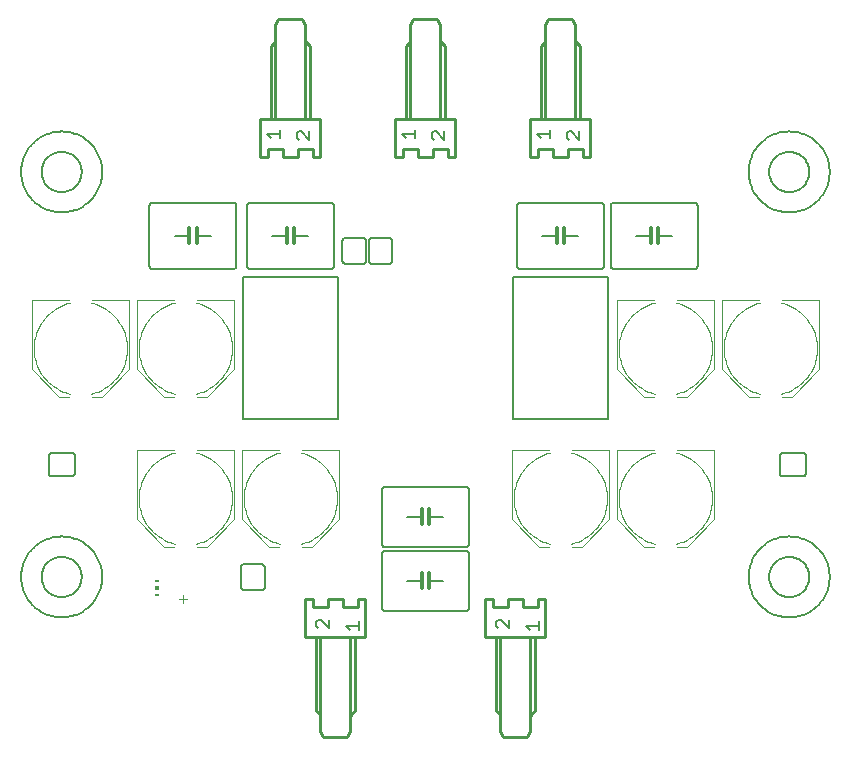
<source format=gto>
G75*
G70*
%OFA0B0*%
%FSLAX24Y24*%
%IPPOS*%
%LPD*%
%AMOC8*
5,1,8,0,0,1.08239X$1,22.5*
%
%ADD10C,0.0120*%
%ADD11C,0.0060*%
%ADD12C,0.0050*%
%ADD13C,0.0080*%
%ADD14C,0.0040*%
%ADD15C,0.0100*%
%ADD16C,0.0070*%
%ADD17C,0.0030*%
%ADD18R,0.0118X0.0059*%
%ADD19R,0.0118X0.0118*%
D10*
X014770Y005125D02*
X014770Y005375D01*
X014770Y005625D01*
X015020Y005625D02*
X015020Y005375D01*
X015020Y005125D01*
X015030Y007250D02*
X015030Y007500D01*
X015030Y007750D01*
X014780Y007750D02*
X014780Y007500D01*
X014780Y007250D01*
X010530Y016625D02*
X010530Y016875D01*
X010530Y017125D01*
X010280Y017125D02*
X010280Y016875D01*
X010280Y016625D01*
X007270Y016625D02*
X007270Y016875D01*
X007270Y017125D01*
X007020Y017125D02*
X007020Y016875D01*
X007020Y016625D01*
X019270Y016625D02*
X019270Y016875D01*
X019270Y017125D01*
X019520Y017125D02*
X019520Y016875D01*
X019520Y016625D01*
X022405Y016625D02*
X022405Y016875D01*
X022405Y017125D01*
X022655Y017125D02*
X022655Y016875D01*
X022655Y016625D01*
D11*
X022655Y016875D02*
X023125Y016875D01*
X022405Y016875D02*
X021925Y016875D01*
X021075Y015875D02*
X021077Y015858D01*
X021081Y015841D01*
X021088Y015825D01*
X021098Y015811D01*
X021111Y015798D01*
X021125Y015788D01*
X021141Y015781D01*
X021158Y015777D01*
X021175Y015775D01*
X023875Y015775D01*
X023892Y015777D01*
X023909Y015781D01*
X023925Y015788D01*
X023939Y015798D01*
X023952Y015811D01*
X023962Y015825D01*
X023969Y015841D01*
X023973Y015858D01*
X023975Y015875D01*
X023975Y017875D01*
X023973Y017892D01*
X023969Y017909D01*
X023962Y017925D01*
X023952Y017939D01*
X023939Y017952D01*
X023925Y017962D01*
X023909Y017969D01*
X023892Y017973D01*
X023875Y017975D01*
X021175Y017975D01*
X021158Y017973D01*
X021141Y017969D01*
X021125Y017962D01*
X021111Y017952D01*
X021098Y017939D01*
X021088Y017925D01*
X021081Y017909D01*
X021077Y017892D01*
X021075Y017875D01*
X021075Y015875D01*
X020850Y015875D02*
X020850Y017875D01*
X020848Y017892D01*
X020844Y017909D01*
X020837Y017925D01*
X020827Y017939D01*
X020814Y017952D01*
X020800Y017962D01*
X020784Y017969D01*
X020767Y017973D01*
X020750Y017975D01*
X018050Y017975D01*
X018033Y017973D01*
X018016Y017969D01*
X018000Y017962D01*
X017986Y017952D01*
X017973Y017939D01*
X017963Y017925D01*
X017956Y017909D01*
X017952Y017892D01*
X017950Y017875D01*
X017950Y015875D01*
X017952Y015858D01*
X017956Y015841D01*
X017963Y015825D01*
X017973Y015811D01*
X017986Y015798D01*
X018000Y015788D01*
X018016Y015781D01*
X018033Y015777D01*
X018050Y015775D01*
X020750Y015775D01*
X020767Y015777D01*
X020784Y015781D01*
X020800Y015788D01*
X020814Y015798D01*
X020827Y015811D01*
X020837Y015825D01*
X020844Y015841D01*
X020848Y015858D01*
X020850Y015875D01*
X020000Y016875D02*
X019520Y016875D01*
X019270Y016875D02*
X018800Y016875D01*
X013794Y016690D02*
X013794Y016060D01*
X013794Y016041D01*
X013790Y016022D01*
X013784Y016004D01*
X013774Y015988D01*
X013762Y015973D01*
X013748Y015961D01*
X013731Y015951D01*
X013714Y015945D01*
X013695Y015941D01*
X013695Y015942D02*
X013105Y015942D01*
X013105Y015941D02*
X013086Y015945D01*
X013069Y015951D01*
X013052Y015961D01*
X013038Y015973D01*
X013026Y015988D01*
X013016Y016004D01*
X013010Y016022D01*
X013006Y016041D01*
X013006Y016060D01*
X013006Y016690D01*
X012919Y016690D02*
X012919Y016060D01*
X012919Y016041D01*
X012915Y016022D01*
X012909Y016004D01*
X012899Y015988D01*
X012887Y015973D01*
X012873Y015961D01*
X012856Y015951D01*
X012839Y015945D01*
X012820Y015941D01*
X012820Y015942D02*
X012230Y015942D01*
X012230Y015941D02*
X012211Y015945D01*
X012194Y015951D01*
X012177Y015961D01*
X012163Y015973D01*
X012151Y015988D01*
X012141Y016004D01*
X012135Y016022D01*
X012131Y016041D01*
X012131Y016060D01*
X012131Y016690D01*
X012130Y016690D02*
X012130Y016709D01*
X012134Y016728D01*
X012140Y016746D01*
X012149Y016762D01*
X012162Y016777D01*
X012176Y016789D01*
X012193Y016799D01*
X012211Y016805D01*
X012229Y016809D01*
X012230Y016808D02*
X012820Y016808D01*
X012820Y016809D02*
X012839Y016805D01*
X012856Y016799D01*
X012873Y016789D01*
X012887Y016777D01*
X012899Y016762D01*
X012909Y016746D01*
X012915Y016728D01*
X012919Y016709D01*
X012919Y016690D01*
X013005Y016690D02*
X013005Y016709D01*
X013009Y016728D01*
X013015Y016746D01*
X013024Y016762D01*
X013037Y016777D01*
X013051Y016789D01*
X013068Y016799D01*
X013086Y016805D01*
X013104Y016809D01*
X013105Y016808D02*
X013695Y016808D01*
X013695Y016809D02*
X013714Y016805D01*
X013731Y016799D01*
X013748Y016789D01*
X013762Y016777D01*
X013774Y016762D01*
X013784Y016746D01*
X013790Y016728D01*
X013794Y016709D01*
X013794Y016690D01*
X011850Y015875D02*
X011850Y017875D01*
X011848Y017892D01*
X011844Y017909D01*
X011837Y017925D01*
X011827Y017939D01*
X011814Y017952D01*
X011800Y017962D01*
X011784Y017969D01*
X011767Y017973D01*
X011750Y017975D01*
X009050Y017975D01*
X009033Y017973D01*
X009016Y017969D01*
X009000Y017962D01*
X008986Y017952D01*
X008973Y017939D01*
X008963Y017925D01*
X008956Y017909D01*
X008952Y017892D01*
X008950Y017875D01*
X008950Y015875D01*
X008952Y015858D01*
X008956Y015841D01*
X008963Y015825D01*
X008973Y015811D01*
X008986Y015798D01*
X009000Y015788D01*
X009016Y015781D01*
X009033Y015777D01*
X009050Y015775D01*
X011750Y015775D01*
X011767Y015777D01*
X011784Y015781D01*
X011800Y015788D01*
X011814Y015798D01*
X011827Y015811D01*
X011837Y015825D01*
X011844Y015841D01*
X011848Y015858D01*
X011850Y015875D01*
X011000Y016875D02*
X010530Y016875D01*
X010280Y016875D02*
X009800Y016875D01*
X008600Y015875D02*
X008600Y017875D01*
X008598Y017892D01*
X008594Y017909D01*
X008587Y017925D01*
X008577Y017939D01*
X008564Y017952D01*
X008550Y017962D01*
X008534Y017969D01*
X008517Y017973D01*
X008500Y017975D01*
X005800Y017975D01*
X005783Y017973D01*
X005766Y017969D01*
X005750Y017962D01*
X005736Y017952D01*
X005723Y017939D01*
X005713Y017925D01*
X005706Y017909D01*
X005702Y017892D01*
X005700Y017875D01*
X005700Y015875D01*
X005702Y015858D01*
X005706Y015841D01*
X005713Y015825D01*
X005723Y015811D01*
X005736Y015798D01*
X005750Y015788D01*
X005766Y015781D01*
X005783Y015777D01*
X005800Y015775D01*
X008500Y015775D01*
X008517Y015777D01*
X008534Y015781D01*
X008550Y015788D01*
X008564Y015798D01*
X008577Y015811D01*
X008587Y015825D01*
X008594Y015841D01*
X008598Y015858D01*
X008600Y015875D01*
X007750Y016875D02*
X007270Y016875D01*
X007020Y016875D02*
X006550Y016875D01*
X001425Y019000D02*
X001427Y019073D01*
X001433Y019146D01*
X001443Y019218D01*
X001457Y019290D01*
X001474Y019361D01*
X001496Y019431D01*
X001521Y019500D01*
X001550Y019567D01*
X001582Y019632D01*
X001618Y019696D01*
X001658Y019758D01*
X001700Y019817D01*
X001746Y019874D01*
X001795Y019928D01*
X001847Y019980D01*
X001901Y020029D01*
X001958Y020075D01*
X002017Y020117D01*
X002079Y020157D01*
X002143Y020193D01*
X002208Y020225D01*
X002275Y020254D01*
X002344Y020279D01*
X002414Y020301D01*
X002485Y020318D01*
X002557Y020332D01*
X002629Y020342D01*
X002702Y020348D01*
X002775Y020350D01*
X002848Y020348D01*
X002921Y020342D01*
X002993Y020332D01*
X003065Y020318D01*
X003136Y020301D01*
X003206Y020279D01*
X003275Y020254D01*
X003342Y020225D01*
X003407Y020193D01*
X003471Y020157D01*
X003533Y020117D01*
X003592Y020075D01*
X003649Y020029D01*
X003703Y019980D01*
X003755Y019928D01*
X003804Y019874D01*
X003850Y019817D01*
X003892Y019758D01*
X003932Y019696D01*
X003968Y019632D01*
X004000Y019567D01*
X004029Y019500D01*
X004054Y019431D01*
X004076Y019361D01*
X004093Y019290D01*
X004107Y019218D01*
X004117Y019146D01*
X004123Y019073D01*
X004125Y019000D01*
X004123Y018927D01*
X004117Y018854D01*
X004107Y018782D01*
X004093Y018710D01*
X004076Y018639D01*
X004054Y018569D01*
X004029Y018500D01*
X004000Y018433D01*
X003968Y018368D01*
X003932Y018304D01*
X003892Y018242D01*
X003850Y018183D01*
X003804Y018126D01*
X003755Y018072D01*
X003703Y018020D01*
X003649Y017971D01*
X003592Y017925D01*
X003533Y017883D01*
X003471Y017843D01*
X003407Y017807D01*
X003342Y017775D01*
X003275Y017746D01*
X003206Y017721D01*
X003136Y017699D01*
X003065Y017682D01*
X002993Y017668D01*
X002921Y017658D01*
X002848Y017652D01*
X002775Y017650D01*
X002702Y017652D01*
X002629Y017658D01*
X002557Y017668D01*
X002485Y017682D01*
X002414Y017699D01*
X002344Y017721D01*
X002275Y017746D01*
X002208Y017775D01*
X002143Y017807D01*
X002079Y017843D01*
X002017Y017883D01*
X001958Y017925D01*
X001901Y017971D01*
X001847Y018020D01*
X001795Y018072D01*
X001746Y018126D01*
X001700Y018183D01*
X001658Y018242D01*
X001618Y018304D01*
X001582Y018368D01*
X001550Y018433D01*
X001521Y018500D01*
X001496Y018569D01*
X001474Y018639D01*
X001457Y018710D01*
X001443Y018782D01*
X001433Y018854D01*
X001427Y018927D01*
X001425Y019000D01*
X002460Y009644D02*
X003090Y009644D01*
X003090Y009645D02*
X003109Y009645D01*
X003128Y009641D01*
X003146Y009635D01*
X003162Y009626D01*
X003177Y009613D01*
X003189Y009599D01*
X003199Y009582D01*
X003205Y009564D01*
X003209Y009546D01*
X003208Y009545D02*
X003208Y008955D01*
X003209Y008955D02*
X003205Y008936D01*
X003199Y008919D01*
X003189Y008902D01*
X003177Y008888D01*
X003162Y008876D01*
X003146Y008866D01*
X003128Y008860D01*
X003109Y008856D01*
X003090Y008856D01*
X002460Y008856D01*
X002441Y008856D01*
X002422Y008860D01*
X002404Y008866D01*
X002388Y008876D01*
X002373Y008888D01*
X002361Y008902D01*
X002351Y008919D01*
X002345Y008936D01*
X002341Y008955D01*
X002342Y008955D02*
X002342Y009545D01*
X002341Y009545D02*
X002345Y009564D01*
X002351Y009581D01*
X002361Y009598D01*
X002373Y009612D01*
X002388Y009624D01*
X002404Y009634D01*
X002422Y009640D01*
X002441Y009644D01*
X002460Y009644D01*
X001425Y005500D02*
X001427Y005573D01*
X001433Y005646D01*
X001443Y005718D01*
X001457Y005790D01*
X001474Y005861D01*
X001496Y005931D01*
X001521Y006000D01*
X001550Y006067D01*
X001582Y006132D01*
X001618Y006196D01*
X001658Y006258D01*
X001700Y006317D01*
X001746Y006374D01*
X001795Y006428D01*
X001847Y006480D01*
X001901Y006529D01*
X001958Y006575D01*
X002017Y006617D01*
X002079Y006657D01*
X002143Y006693D01*
X002208Y006725D01*
X002275Y006754D01*
X002344Y006779D01*
X002414Y006801D01*
X002485Y006818D01*
X002557Y006832D01*
X002629Y006842D01*
X002702Y006848D01*
X002775Y006850D01*
X002848Y006848D01*
X002921Y006842D01*
X002993Y006832D01*
X003065Y006818D01*
X003136Y006801D01*
X003206Y006779D01*
X003275Y006754D01*
X003342Y006725D01*
X003407Y006693D01*
X003471Y006657D01*
X003533Y006617D01*
X003592Y006575D01*
X003649Y006529D01*
X003703Y006480D01*
X003755Y006428D01*
X003804Y006374D01*
X003850Y006317D01*
X003892Y006258D01*
X003932Y006196D01*
X003968Y006132D01*
X004000Y006067D01*
X004029Y006000D01*
X004054Y005931D01*
X004076Y005861D01*
X004093Y005790D01*
X004107Y005718D01*
X004117Y005646D01*
X004123Y005573D01*
X004125Y005500D01*
X004123Y005427D01*
X004117Y005354D01*
X004107Y005282D01*
X004093Y005210D01*
X004076Y005139D01*
X004054Y005069D01*
X004029Y005000D01*
X004000Y004933D01*
X003968Y004868D01*
X003932Y004804D01*
X003892Y004742D01*
X003850Y004683D01*
X003804Y004626D01*
X003755Y004572D01*
X003703Y004520D01*
X003649Y004471D01*
X003592Y004425D01*
X003533Y004383D01*
X003471Y004343D01*
X003407Y004307D01*
X003342Y004275D01*
X003275Y004246D01*
X003206Y004221D01*
X003136Y004199D01*
X003065Y004182D01*
X002993Y004168D01*
X002921Y004158D01*
X002848Y004152D01*
X002775Y004150D01*
X002702Y004152D01*
X002629Y004158D01*
X002557Y004168D01*
X002485Y004182D01*
X002414Y004199D01*
X002344Y004221D01*
X002275Y004246D01*
X002208Y004275D01*
X002143Y004307D01*
X002079Y004343D01*
X002017Y004383D01*
X001958Y004425D01*
X001901Y004471D01*
X001847Y004520D01*
X001795Y004572D01*
X001746Y004626D01*
X001700Y004683D01*
X001658Y004742D01*
X001618Y004804D01*
X001582Y004868D01*
X001550Y004933D01*
X001521Y005000D01*
X001496Y005069D01*
X001474Y005139D01*
X001457Y005210D01*
X001443Y005282D01*
X001433Y005354D01*
X001427Y005427D01*
X001425Y005500D01*
X008756Y005185D02*
X008756Y005815D01*
X008756Y005834D01*
X008760Y005853D01*
X008766Y005871D01*
X008776Y005887D01*
X008788Y005902D01*
X008802Y005914D01*
X008819Y005924D01*
X008836Y005930D01*
X008855Y005934D01*
X008855Y005933D02*
X009445Y005933D01*
X009445Y005934D02*
X009464Y005930D01*
X009481Y005924D01*
X009498Y005914D01*
X009512Y005902D01*
X009524Y005887D01*
X009534Y005871D01*
X009540Y005853D01*
X009544Y005834D01*
X009544Y005815D01*
X009544Y005185D01*
X009545Y005185D02*
X009545Y005166D01*
X009541Y005147D01*
X009535Y005129D01*
X009526Y005113D01*
X009513Y005098D01*
X009499Y005086D01*
X009482Y005076D01*
X009464Y005070D01*
X009446Y005066D01*
X009445Y005067D02*
X008855Y005067D01*
X008855Y005066D02*
X008836Y005070D01*
X008819Y005076D01*
X008802Y005086D01*
X008788Y005098D01*
X008776Y005113D01*
X008766Y005129D01*
X008760Y005147D01*
X008756Y005166D01*
X008756Y005185D01*
X013450Y004475D02*
X013450Y006275D01*
X013452Y006292D01*
X013456Y006309D01*
X013463Y006325D01*
X013473Y006339D01*
X013486Y006352D01*
X013500Y006362D01*
X013516Y006369D01*
X013533Y006373D01*
X013550Y006375D01*
X016250Y006375D01*
X016267Y006373D01*
X016284Y006369D01*
X016300Y006362D01*
X016314Y006352D01*
X016327Y006339D01*
X016337Y006325D01*
X016344Y006309D01*
X016348Y006292D01*
X016350Y006275D01*
X016350Y004475D01*
X016348Y004458D01*
X016344Y004441D01*
X016337Y004425D01*
X016327Y004411D01*
X016314Y004398D01*
X016300Y004388D01*
X016284Y004381D01*
X016267Y004377D01*
X016250Y004375D01*
X013550Y004375D01*
X013533Y004377D01*
X013516Y004381D01*
X013500Y004388D01*
X013486Y004398D01*
X013473Y004411D01*
X013463Y004425D01*
X013456Y004441D01*
X013452Y004458D01*
X013450Y004475D01*
X014300Y005375D02*
X014770Y005375D01*
X015020Y005375D02*
X015500Y005375D01*
X016250Y006500D02*
X013550Y006500D01*
X013533Y006502D01*
X013516Y006506D01*
X013500Y006513D01*
X013486Y006523D01*
X013473Y006536D01*
X013463Y006550D01*
X013456Y006566D01*
X013452Y006583D01*
X013450Y006600D01*
X013450Y008400D01*
X013452Y008417D01*
X013456Y008434D01*
X013463Y008450D01*
X013473Y008464D01*
X013486Y008477D01*
X013500Y008487D01*
X013516Y008494D01*
X013533Y008498D01*
X013550Y008500D01*
X016250Y008500D01*
X016267Y008498D01*
X016284Y008494D01*
X016300Y008487D01*
X016314Y008477D01*
X016327Y008464D01*
X016337Y008450D01*
X016344Y008434D01*
X016348Y008417D01*
X016350Y008400D01*
X016350Y006600D01*
X016348Y006583D01*
X016344Y006566D01*
X016337Y006550D01*
X016327Y006536D01*
X016314Y006523D01*
X016300Y006513D01*
X016284Y006506D01*
X016267Y006502D01*
X016250Y006500D01*
X015500Y007500D02*
X015030Y007500D01*
X014780Y007500D02*
X014300Y007500D01*
X026717Y008955D02*
X026717Y009545D01*
X026716Y009545D02*
X026720Y009564D01*
X026726Y009581D01*
X026736Y009598D01*
X026748Y009612D01*
X026763Y009624D01*
X026779Y009634D01*
X026797Y009640D01*
X026816Y009644D01*
X026835Y009644D01*
X027465Y009644D01*
X027484Y009644D01*
X027503Y009640D01*
X027521Y009634D01*
X027537Y009624D01*
X027552Y009612D01*
X027564Y009598D01*
X027574Y009581D01*
X027580Y009564D01*
X027584Y009545D01*
X027583Y009545D02*
X027583Y008955D01*
X027584Y008955D02*
X027580Y008936D01*
X027574Y008919D01*
X027564Y008902D01*
X027552Y008888D01*
X027537Y008876D01*
X027521Y008866D01*
X027503Y008860D01*
X027484Y008856D01*
X027465Y008856D01*
X026835Y008856D01*
X026835Y008855D02*
X026816Y008855D01*
X026797Y008859D01*
X026779Y008865D01*
X026763Y008874D01*
X026748Y008887D01*
X026736Y008901D01*
X026726Y008918D01*
X026720Y008936D01*
X026716Y008954D01*
X025675Y005500D02*
X025677Y005573D01*
X025683Y005646D01*
X025693Y005718D01*
X025707Y005790D01*
X025724Y005861D01*
X025746Y005931D01*
X025771Y006000D01*
X025800Y006067D01*
X025832Y006132D01*
X025868Y006196D01*
X025908Y006258D01*
X025950Y006317D01*
X025996Y006374D01*
X026045Y006428D01*
X026097Y006480D01*
X026151Y006529D01*
X026208Y006575D01*
X026267Y006617D01*
X026329Y006657D01*
X026393Y006693D01*
X026458Y006725D01*
X026525Y006754D01*
X026594Y006779D01*
X026664Y006801D01*
X026735Y006818D01*
X026807Y006832D01*
X026879Y006842D01*
X026952Y006848D01*
X027025Y006850D01*
X027098Y006848D01*
X027171Y006842D01*
X027243Y006832D01*
X027315Y006818D01*
X027386Y006801D01*
X027456Y006779D01*
X027525Y006754D01*
X027592Y006725D01*
X027657Y006693D01*
X027721Y006657D01*
X027783Y006617D01*
X027842Y006575D01*
X027899Y006529D01*
X027953Y006480D01*
X028005Y006428D01*
X028054Y006374D01*
X028100Y006317D01*
X028142Y006258D01*
X028182Y006196D01*
X028218Y006132D01*
X028250Y006067D01*
X028279Y006000D01*
X028304Y005931D01*
X028326Y005861D01*
X028343Y005790D01*
X028357Y005718D01*
X028367Y005646D01*
X028373Y005573D01*
X028375Y005500D01*
X028373Y005427D01*
X028367Y005354D01*
X028357Y005282D01*
X028343Y005210D01*
X028326Y005139D01*
X028304Y005069D01*
X028279Y005000D01*
X028250Y004933D01*
X028218Y004868D01*
X028182Y004804D01*
X028142Y004742D01*
X028100Y004683D01*
X028054Y004626D01*
X028005Y004572D01*
X027953Y004520D01*
X027899Y004471D01*
X027842Y004425D01*
X027783Y004383D01*
X027721Y004343D01*
X027657Y004307D01*
X027592Y004275D01*
X027525Y004246D01*
X027456Y004221D01*
X027386Y004199D01*
X027315Y004182D01*
X027243Y004168D01*
X027171Y004158D01*
X027098Y004152D01*
X027025Y004150D01*
X026952Y004152D01*
X026879Y004158D01*
X026807Y004168D01*
X026735Y004182D01*
X026664Y004199D01*
X026594Y004221D01*
X026525Y004246D01*
X026458Y004275D01*
X026393Y004307D01*
X026329Y004343D01*
X026267Y004383D01*
X026208Y004425D01*
X026151Y004471D01*
X026097Y004520D01*
X026045Y004572D01*
X025996Y004626D01*
X025950Y004683D01*
X025908Y004742D01*
X025868Y004804D01*
X025832Y004868D01*
X025800Y004933D01*
X025771Y005000D01*
X025746Y005069D01*
X025724Y005139D01*
X025707Y005210D01*
X025693Y005282D01*
X025683Y005354D01*
X025677Y005427D01*
X025675Y005500D01*
X025675Y019000D02*
X025677Y019073D01*
X025683Y019146D01*
X025693Y019218D01*
X025707Y019290D01*
X025724Y019361D01*
X025746Y019431D01*
X025771Y019500D01*
X025800Y019567D01*
X025832Y019632D01*
X025868Y019696D01*
X025908Y019758D01*
X025950Y019817D01*
X025996Y019874D01*
X026045Y019928D01*
X026097Y019980D01*
X026151Y020029D01*
X026208Y020075D01*
X026267Y020117D01*
X026329Y020157D01*
X026393Y020193D01*
X026458Y020225D01*
X026525Y020254D01*
X026594Y020279D01*
X026664Y020301D01*
X026735Y020318D01*
X026807Y020332D01*
X026879Y020342D01*
X026952Y020348D01*
X027025Y020350D01*
X027098Y020348D01*
X027171Y020342D01*
X027243Y020332D01*
X027315Y020318D01*
X027386Y020301D01*
X027456Y020279D01*
X027525Y020254D01*
X027592Y020225D01*
X027657Y020193D01*
X027721Y020157D01*
X027783Y020117D01*
X027842Y020075D01*
X027899Y020029D01*
X027953Y019980D01*
X028005Y019928D01*
X028054Y019874D01*
X028100Y019817D01*
X028142Y019758D01*
X028182Y019696D01*
X028218Y019632D01*
X028250Y019567D01*
X028279Y019500D01*
X028304Y019431D01*
X028326Y019361D01*
X028343Y019290D01*
X028357Y019218D01*
X028367Y019146D01*
X028373Y019073D01*
X028375Y019000D01*
X028373Y018927D01*
X028367Y018854D01*
X028357Y018782D01*
X028343Y018710D01*
X028326Y018639D01*
X028304Y018569D01*
X028279Y018500D01*
X028250Y018433D01*
X028218Y018368D01*
X028182Y018304D01*
X028142Y018242D01*
X028100Y018183D01*
X028054Y018126D01*
X028005Y018072D01*
X027953Y018020D01*
X027899Y017971D01*
X027842Y017925D01*
X027783Y017883D01*
X027721Y017843D01*
X027657Y017807D01*
X027592Y017775D01*
X027525Y017746D01*
X027456Y017721D01*
X027386Y017699D01*
X027315Y017682D01*
X027243Y017668D01*
X027171Y017658D01*
X027098Y017652D01*
X027025Y017650D01*
X026952Y017652D01*
X026879Y017658D01*
X026807Y017668D01*
X026735Y017682D01*
X026664Y017699D01*
X026594Y017721D01*
X026525Y017746D01*
X026458Y017775D01*
X026393Y017807D01*
X026329Y017843D01*
X026267Y017883D01*
X026208Y017925D01*
X026151Y017971D01*
X026097Y018020D01*
X026045Y018072D01*
X025996Y018126D01*
X025950Y018183D01*
X025908Y018242D01*
X025868Y018304D01*
X025832Y018368D01*
X025800Y018433D01*
X025771Y018500D01*
X025746Y018569D01*
X025724Y018639D01*
X025707Y018710D01*
X025693Y018782D01*
X025683Y018854D01*
X025677Y018927D01*
X025675Y019000D01*
D12*
X020975Y015487D02*
X017825Y015487D01*
X017825Y010763D01*
X020975Y010763D01*
X020975Y015487D01*
X011975Y015487D02*
X011975Y010763D01*
X008825Y010763D01*
X008825Y015487D01*
X011975Y015487D01*
D13*
X002106Y019000D02*
X002108Y019051D01*
X002114Y019102D01*
X002124Y019152D01*
X002137Y019202D01*
X002155Y019250D01*
X002175Y019297D01*
X002200Y019342D01*
X002228Y019385D01*
X002259Y019426D01*
X002293Y019464D01*
X002330Y019499D01*
X002369Y019532D01*
X002411Y019562D01*
X002455Y019588D01*
X002501Y019610D01*
X002549Y019630D01*
X002598Y019645D01*
X002648Y019657D01*
X002698Y019665D01*
X002749Y019669D01*
X002801Y019669D01*
X002852Y019665D01*
X002902Y019657D01*
X002952Y019645D01*
X003001Y019630D01*
X003049Y019610D01*
X003095Y019588D01*
X003139Y019562D01*
X003181Y019532D01*
X003220Y019499D01*
X003257Y019464D01*
X003291Y019426D01*
X003322Y019385D01*
X003350Y019342D01*
X003375Y019297D01*
X003395Y019250D01*
X003413Y019202D01*
X003426Y019152D01*
X003436Y019102D01*
X003442Y019051D01*
X003444Y019000D01*
X003442Y018949D01*
X003436Y018898D01*
X003426Y018848D01*
X003413Y018798D01*
X003395Y018750D01*
X003375Y018703D01*
X003350Y018658D01*
X003322Y018615D01*
X003291Y018574D01*
X003257Y018536D01*
X003220Y018501D01*
X003181Y018468D01*
X003139Y018438D01*
X003095Y018412D01*
X003049Y018390D01*
X003001Y018370D01*
X002952Y018355D01*
X002902Y018343D01*
X002852Y018335D01*
X002801Y018331D01*
X002749Y018331D01*
X002698Y018335D01*
X002648Y018343D01*
X002598Y018355D01*
X002549Y018370D01*
X002501Y018390D01*
X002455Y018412D01*
X002411Y018438D01*
X002369Y018468D01*
X002330Y018501D01*
X002293Y018536D01*
X002259Y018574D01*
X002228Y018615D01*
X002200Y018658D01*
X002175Y018703D01*
X002155Y018750D01*
X002137Y018798D01*
X002124Y018848D01*
X002114Y018898D01*
X002108Y018949D01*
X002106Y019000D01*
X002106Y005500D02*
X002108Y005551D01*
X002114Y005602D01*
X002124Y005652D01*
X002137Y005702D01*
X002155Y005750D01*
X002175Y005797D01*
X002200Y005842D01*
X002228Y005885D01*
X002259Y005926D01*
X002293Y005964D01*
X002330Y005999D01*
X002369Y006032D01*
X002411Y006062D01*
X002455Y006088D01*
X002501Y006110D01*
X002549Y006130D01*
X002598Y006145D01*
X002648Y006157D01*
X002698Y006165D01*
X002749Y006169D01*
X002801Y006169D01*
X002852Y006165D01*
X002902Y006157D01*
X002952Y006145D01*
X003001Y006130D01*
X003049Y006110D01*
X003095Y006088D01*
X003139Y006062D01*
X003181Y006032D01*
X003220Y005999D01*
X003257Y005964D01*
X003291Y005926D01*
X003322Y005885D01*
X003350Y005842D01*
X003375Y005797D01*
X003395Y005750D01*
X003413Y005702D01*
X003426Y005652D01*
X003436Y005602D01*
X003442Y005551D01*
X003444Y005500D01*
X003442Y005449D01*
X003436Y005398D01*
X003426Y005348D01*
X003413Y005298D01*
X003395Y005250D01*
X003375Y005203D01*
X003350Y005158D01*
X003322Y005115D01*
X003291Y005074D01*
X003257Y005036D01*
X003220Y005001D01*
X003181Y004968D01*
X003139Y004938D01*
X003095Y004912D01*
X003049Y004890D01*
X003001Y004870D01*
X002952Y004855D01*
X002902Y004843D01*
X002852Y004835D01*
X002801Y004831D01*
X002749Y004831D01*
X002698Y004835D01*
X002648Y004843D01*
X002598Y004855D01*
X002549Y004870D01*
X002501Y004890D01*
X002455Y004912D01*
X002411Y004938D01*
X002369Y004968D01*
X002330Y005001D01*
X002293Y005036D01*
X002259Y005074D01*
X002228Y005115D01*
X002200Y005158D01*
X002175Y005203D01*
X002155Y005250D01*
X002137Y005298D01*
X002124Y005348D01*
X002114Y005398D01*
X002108Y005449D01*
X002106Y005500D01*
X026356Y005500D02*
X026358Y005551D01*
X026364Y005602D01*
X026374Y005652D01*
X026387Y005702D01*
X026405Y005750D01*
X026425Y005797D01*
X026450Y005842D01*
X026478Y005885D01*
X026509Y005926D01*
X026543Y005964D01*
X026580Y005999D01*
X026619Y006032D01*
X026661Y006062D01*
X026705Y006088D01*
X026751Y006110D01*
X026799Y006130D01*
X026848Y006145D01*
X026898Y006157D01*
X026948Y006165D01*
X026999Y006169D01*
X027051Y006169D01*
X027102Y006165D01*
X027152Y006157D01*
X027202Y006145D01*
X027251Y006130D01*
X027299Y006110D01*
X027345Y006088D01*
X027389Y006062D01*
X027431Y006032D01*
X027470Y005999D01*
X027507Y005964D01*
X027541Y005926D01*
X027572Y005885D01*
X027600Y005842D01*
X027625Y005797D01*
X027645Y005750D01*
X027663Y005702D01*
X027676Y005652D01*
X027686Y005602D01*
X027692Y005551D01*
X027694Y005500D01*
X027692Y005449D01*
X027686Y005398D01*
X027676Y005348D01*
X027663Y005298D01*
X027645Y005250D01*
X027625Y005203D01*
X027600Y005158D01*
X027572Y005115D01*
X027541Y005074D01*
X027507Y005036D01*
X027470Y005001D01*
X027431Y004968D01*
X027389Y004938D01*
X027345Y004912D01*
X027299Y004890D01*
X027251Y004870D01*
X027202Y004855D01*
X027152Y004843D01*
X027102Y004835D01*
X027051Y004831D01*
X026999Y004831D01*
X026948Y004835D01*
X026898Y004843D01*
X026848Y004855D01*
X026799Y004870D01*
X026751Y004890D01*
X026705Y004912D01*
X026661Y004938D01*
X026619Y004968D01*
X026580Y005001D01*
X026543Y005036D01*
X026509Y005074D01*
X026478Y005115D01*
X026450Y005158D01*
X026425Y005203D01*
X026405Y005250D01*
X026387Y005298D01*
X026374Y005348D01*
X026364Y005398D01*
X026358Y005449D01*
X026356Y005500D01*
X026356Y019000D02*
X026358Y019051D01*
X026364Y019102D01*
X026374Y019152D01*
X026387Y019202D01*
X026405Y019250D01*
X026425Y019297D01*
X026450Y019342D01*
X026478Y019385D01*
X026509Y019426D01*
X026543Y019464D01*
X026580Y019499D01*
X026619Y019532D01*
X026661Y019562D01*
X026705Y019588D01*
X026751Y019610D01*
X026799Y019630D01*
X026848Y019645D01*
X026898Y019657D01*
X026948Y019665D01*
X026999Y019669D01*
X027051Y019669D01*
X027102Y019665D01*
X027152Y019657D01*
X027202Y019645D01*
X027251Y019630D01*
X027299Y019610D01*
X027345Y019588D01*
X027389Y019562D01*
X027431Y019532D01*
X027470Y019499D01*
X027507Y019464D01*
X027541Y019426D01*
X027572Y019385D01*
X027600Y019342D01*
X027625Y019297D01*
X027645Y019250D01*
X027663Y019202D01*
X027676Y019152D01*
X027686Y019102D01*
X027692Y019051D01*
X027694Y019000D01*
X027692Y018949D01*
X027686Y018898D01*
X027676Y018848D01*
X027663Y018798D01*
X027645Y018750D01*
X027625Y018703D01*
X027600Y018658D01*
X027572Y018615D01*
X027541Y018574D01*
X027507Y018536D01*
X027470Y018501D01*
X027431Y018468D01*
X027389Y018438D01*
X027345Y018412D01*
X027299Y018390D01*
X027251Y018370D01*
X027202Y018355D01*
X027152Y018343D01*
X027102Y018335D01*
X027051Y018331D01*
X026999Y018331D01*
X026948Y018335D01*
X026898Y018343D01*
X026848Y018355D01*
X026799Y018370D01*
X026751Y018390D01*
X026705Y018412D01*
X026661Y018438D01*
X026619Y018468D01*
X026580Y018501D01*
X026543Y018536D01*
X026509Y018574D01*
X026478Y018615D01*
X026450Y018658D01*
X026425Y018703D01*
X026405Y018750D01*
X026387Y018798D01*
X026374Y018848D01*
X026364Y018898D01*
X026358Y018949D01*
X026356Y019000D01*
D14*
X026006Y014739D02*
X024786Y014739D01*
X024786Y012416D01*
X025691Y011511D01*
X026006Y011511D01*
X026794Y011511D02*
X027109Y011511D01*
X028014Y012416D01*
X028014Y014739D01*
X026794Y014739D01*
X026046Y014641D02*
X025969Y014621D01*
X025894Y014598D01*
X025820Y014570D01*
X025748Y014539D01*
X025677Y014504D01*
X025608Y014466D01*
X025542Y014424D01*
X025477Y014379D01*
X025415Y014331D01*
X025355Y014279D01*
X025298Y014225D01*
X025244Y014168D01*
X025192Y014108D01*
X025144Y014046D01*
X025099Y013981D01*
X025058Y013914D01*
X025020Y013845D01*
X024985Y013774D01*
X024954Y013702D01*
X024926Y013628D01*
X024903Y013553D01*
X024883Y013477D01*
X024867Y013399D01*
X024855Y013321D01*
X024847Y013243D01*
X024843Y013164D01*
X024843Y013086D01*
X024847Y013007D01*
X024855Y012929D01*
X024867Y012851D01*
X024883Y012773D01*
X024903Y012697D01*
X024926Y012622D01*
X024954Y012548D01*
X024985Y012476D01*
X025020Y012405D01*
X025058Y012336D01*
X025099Y012269D01*
X025144Y012204D01*
X025192Y012142D01*
X025244Y012082D01*
X025298Y012025D01*
X025355Y011971D01*
X025415Y011919D01*
X025477Y011871D01*
X025542Y011826D01*
X025608Y011784D01*
X025677Y011746D01*
X025748Y011711D01*
X025820Y011680D01*
X025894Y011652D01*
X025969Y011629D01*
X026046Y011609D01*
X024514Y012416D02*
X023609Y011511D01*
X023294Y011511D01*
X022506Y011511D02*
X022191Y011511D01*
X021286Y012416D01*
X021286Y014739D01*
X022506Y014739D01*
X023294Y014739D02*
X024514Y014739D01*
X024514Y012416D01*
X023254Y011609D02*
X023331Y011629D01*
X023406Y011652D01*
X023480Y011680D01*
X023552Y011711D01*
X023623Y011746D01*
X023692Y011784D01*
X023758Y011826D01*
X023823Y011871D01*
X023885Y011919D01*
X023945Y011971D01*
X024002Y012025D01*
X024056Y012082D01*
X024108Y012142D01*
X024156Y012204D01*
X024201Y012269D01*
X024242Y012336D01*
X024280Y012405D01*
X024315Y012476D01*
X024346Y012548D01*
X024374Y012622D01*
X024397Y012697D01*
X024417Y012773D01*
X024433Y012851D01*
X024445Y012929D01*
X024453Y013007D01*
X024457Y013086D01*
X024457Y013164D01*
X024453Y013243D01*
X024445Y013321D01*
X024433Y013399D01*
X024417Y013477D01*
X024397Y013553D01*
X024374Y013628D01*
X024346Y013702D01*
X024315Y013774D01*
X024280Y013845D01*
X024242Y013914D01*
X024201Y013981D01*
X024156Y014046D01*
X024108Y014108D01*
X024056Y014168D01*
X024002Y014225D01*
X023945Y014279D01*
X023885Y014331D01*
X023823Y014379D01*
X023758Y014424D01*
X023692Y014466D01*
X023623Y014504D01*
X023552Y014539D01*
X023480Y014570D01*
X023406Y014598D01*
X023331Y014621D01*
X023254Y014641D01*
X022546Y014641D02*
X022469Y014621D01*
X022394Y014598D01*
X022320Y014570D01*
X022248Y014539D01*
X022177Y014504D01*
X022108Y014466D01*
X022042Y014424D01*
X021977Y014379D01*
X021915Y014331D01*
X021855Y014279D01*
X021798Y014225D01*
X021744Y014168D01*
X021692Y014108D01*
X021644Y014046D01*
X021599Y013981D01*
X021558Y013914D01*
X021520Y013845D01*
X021485Y013774D01*
X021454Y013702D01*
X021426Y013628D01*
X021403Y013553D01*
X021383Y013477D01*
X021367Y013399D01*
X021355Y013321D01*
X021347Y013243D01*
X021343Y013164D01*
X021343Y013086D01*
X021347Y013007D01*
X021355Y012929D01*
X021367Y012851D01*
X021383Y012773D01*
X021403Y012697D01*
X021426Y012622D01*
X021454Y012548D01*
X021485Y012476D01*
X021520Y012405D01*
X021558Y012336D01*
X021599Y012269D01*
X021644Y012204D01*
X021692Y012142D01*
X021744Y012082D01*
X021798Y012025D01*
X021855Y011971D01*
X021915Y011919D01*
X021977Y011871D01*
X022042Y011826D01*
X022108Y011784D01*
X022177Y011746D01*
X022248Y011711D01*
X022320Y011680D01*
X022394Y011652D01*
X022469Y011629D01*
X022546Y011609D01*
X022506Y009739D02*
X021286Y009739D01*
X021286Y007416D01*
X022191Y006511D01*
X022506Y006511D01*
X023294Y006511D02*
X023609Y006511D01*
X024514Y007416D01*
X024514Y009739D01*
X023294Y009739D01*
X022546Y009641D02*
X022469Y009621D01*
X022394Y009598D01*
X022320Y009570D01*
X022248Y009539D01*
X022177Y009504D01*
X022108Y009466D01*
X022042Y009424D01*
X021977Y009379D01*
X021915Y009331D01*
X021855Y009279D01*
X021798Y009225D01*
X021744Y009168D01*
X021692Y009108D01*
X021644Y009046D01*
X021599Y008981D01*
X021558Y008914D01*
X021520Y008845D01*
X021485Y008774D01*
X021454Y008702D01*
X021426Y008628D01*
X021403Y008553D01*
X021383Y008477D01*
X021367Y008399D01*
X021355Y008321D01*
X021347Y008243D01*
X021343Y008164D01*
X021343Y008086D01*
X021347Y008007D01*
X021355Y007929D01*
X021367Y007851D01*
X021383Y007773D01*
X021403Y007697D01*
X021426Y007622D01*
X021454Y007548D01*
X021485Y007476D01*
X021520Y007405D01*
X021558Y007336D01*
X021599Y007269D01*
X021644Y007204D01*
X021692Y007142D01*
X021744Y007082D01*
X021798Y007025D01*
X021855Y006971D01*
X021915Y006919D01*
X021977Y006871D01*
X022042Y006826D01*
X022108Y006784D01*
X022177Y006746D01*
X022248Y006711D01*
X022320Y006680D01*
X022394Y006652D01*
X022469Y006629D01*
X022546Y006609D01*
X021014Y007416D02*
X020109Y006511D01*
X019794Y006511D01*
X019006Y006511D02*
X018691Y006511D01*
X017786Y007416D01*
X017786Y009739D01*
X019006Y009739D01*
X019794Y009739D02*
X021014Y009739D01*
X021014Y007416D01*
X019754Y006609D02*
X019831Y006629D01*
X019906Y006652D01*
X019980Y006680D01*
X020052Y006711D01*
X020123Y006746D01*
X020192Y006784D01*
X020258Y006826D01*
X020323Y006871D01*
X020385Y006919D01*
X020445Y006971D01*
X020502Y007025D01*
X020556Y007082D01*
X020608Y007142D01*
X020656Y007204D01*
X020701Y007269D01*
X020742Y007336D01*
X020780Y007405D01*
X020815Y007476D01*
X020846Y007548D01*
X020874Y007622D01*
X020897Y007697D01*
X020917Y007773D01*
X020933Y007851D01*
X020945Y007929D01*
X020953Y008007D01*
X020957Y008086D01*
X020957Y008164D01*
X020953Y008243D01*
X020945Y008321D01*
X020933Y008399D01*
X020917Y008477D01*
X020897Y008553D01*
X020874Y008628D01*
X020846Y008702D01*
X020815Y008774D01*
X020780Y008845D01*
X020742Y008914D01*
X020701Y008981D01*
X020656Y009046D01*
X020608Y009108D01*
X020556Y009168D01*
X020502Y009225D01*
X020445Y009279D01*
X020385Y009331D01*
X020323Y009379D01*
X020258Y009424D01*
X020192Y009466D01*
X020123Y009504D01*
X020052Y009539D01*
X019980Y009570D01*
X019906Y009598D01*
X019831Y009621D01*
X019754Y009641D01*
X019046Y009641D02*
X018969Y009621D01*
X018894Y009598D01*
X018820Y009570D01*
X018748Y009539D01*
X018677Y009504D01*
X018608Y009466D01*
X018542Y009424D01*
X018477Y009379D01*
X018415Y009331D01*
X018355Y009279D01*
X018298Y009225D01*
X018244Y009168D01*
X018192Y009108D01*
X018144Y009046D01*
X018099Y008981D01*
X018058Y008914D01*
X018020Y008845D01*
X017985Y008774D01*
X017954Y008702D01*
X017926Y008628D01*
X017903Y008553D01*
X017883Y008477D01*
X017867Y008399D01*
X017855Y008321D01*
X017847Y008243D01*
X017843Y008164D01*
X017843Y008086D01*
X017847Y008007D01*
X017855Y007929D01*
X017867Y007851D01*
X017883Y007773D01*
X017903Y007697D01*
X017926Y007622D01*
X017954Y007548D01*
X017985Y007476D01*
X018020Y007405D01*
X018058Y007336D01*
X018099Y007269D01*
X018144Y007204D01*
X018192Y007142D01*
X018244Y007082D01*
X018298Y007025D01*
X018355Y006971D01*
X018415Y006919D01*
X018477Y006871D01*
X018542Y006826D01*
X018608Y006784D01*
X018677Y006746D01*
X018748Y006711D01*
X018820Y006680D01*
X018894Y006652D01*
X018969Y006629D01*
X019046Y006609D01*
X023254Y006609D02*
X023331Y006629D01*
X023406Y006652D01*
X023480Y006680D01*
X023552Y006711D01*
X023623Y006746D01*
X023692Y006784D01*
X023758Y006826D01*
X023823Y006871D01*
X023885Y006919D01*
X023945Y006971D01*
X024002Y007025D01*
X024056Y007082D01*
X024108Y007142D01*
X024156Y007204D01*
X024201Y007269D01*
X024242Y007336D01*
X024280Y007405D01*
X024315Y007476D01*
X024346Y007548D01*
X024374Y007622D01*
X024397Y007697D01*
X024417Y007773D01*
X024433Y007851D01*
X024445Y007929D01*
X024453Y008007D01*
X024457Y008086D01*
X024457Y008164D01*
X024453Y008243D01*
X024445Y008321D01*
X024433Y008399D01*
X024417Y008477D01*
X024397Y008553D01*
X024374Y008628D01*
X024346Y008702D01*
X024315Y008774D01*
X024280Y008845D01*
X024242Y008914D01*
X024201Y008981D01*
X024156Y009046D01*
X024108Y009108D01*
X024056Y009168D01*
X024002Y009225D01*
X023945Y009279D01*
X023885Y009331D01*
X023823Y009379D01*
X023758Y009424D01*
X023692Y009466D01*
X023623Y009504D01*
X023552Y009539D01*
X023480Y009570D01*
X023406Y009598D01*
X023331Y009621D01*
X023254Y009641D01*
X026754Y011609D02*
X026831Y011629D01*
X026906Y011652D01*
X026980Y011680D01*
X027052Y011711D01*
X027123Y011746D01*
X027192Y011784D01*
X027258Y011826D01*
X027323Y011871D01*
X027385Y011919D01*
X027445Y011971D01*
X027502Y012025D01*
X027556Y012082D01*
X027608Y012142D01*
X027656Y012204D01*
X027701Y012269D01*
X027742Y012336D01*
X027780Y012405D01*
X027815Y012476D01*
X027846Y012548D01*
X027874Y012622D01*
X027897Y012697D01*
X027917Y012773D01*
X027933Y012851D01*
X027945Y012929D01*
X027953Y013007D01*
X027957Y013086D01*
X027957Y013164D01*
X027953Y013243D01*
X027945Y013321D01*
X027933Y013399D01*
X027917Y013477D01*
X027897Y013553D01*
X027874Y013628D01*
X027846Y013702D01*
X027815Y013774D01*
X027780Y013845D01*
X027742Y013914D01*
X027701Y013981D01*
X027656Y014046D01*
X027608Y014108D01*
X027556Y014168D01*
X027502Y014225D01*
X027445Y014279D01*
X027385Y014331D01*
X027323Y014379D01*
X027258Y014424D01*
X027192Y014466D01*
X027123Y014504D01*
X027052Y014539D01*
X026980Y014570D01*
X026906Y014598D01*
X026831Y014621D01*
X026754Y014641D01*
X012014Y009739D02*
X012014Y007416D01*
X011109Y006511D01*
X010794Y006511D01*
X010006Y006511D02*
X009691Y006511D01*
X008786Y007416D01*
X008786Y009739D01*
X010006Y009739D01*
X010794Y009739D02*
X012014Y009739D01*
X010754Y009641D02*
X010831Y009621D01*
X010906Y009598D01*
X010980Y009570D01*
X011052Y009539D01*
X011123Y009504D01*
X011192Y009466D01*
X011258Y009424D01*
X011323Y009379D01*
X011385Y009331D01*
X011445Y009279D01*
X011502Y009225D01*
X011556Y009168D01*
X011608Y009108D01*
X011656Y009046D01*
X011701Y008981D01*
X011742Y008914D01*
X011780Y008845D01*
X011815Y008774D01*
X011846Y008702D01*
X011874Y008628D01*
X011897Y008553D01*
X011917Y008477D01*
X011933Y008399D01*
X011945Y008321D01*
X011953Y008243D01*
X011957Y008164D01*
X011957Y008086D01*
X011953Y008007D01*
X011945Y007929D01*
X011933Y007851D01*
X011917Y007773D01*
X011897Y007697D01*
X011874Y007622D01*
X011846Y007548D01*
X011815Y007476D01*
X011780Y007405D01*
X011742Y007336D01*
X011701Y007269D01*
X011656Y007204D01*
X011608Y007142D01*
X011556Y007082D01*
X011502Y007025D01*
X011445Y006971D01*
X011385Y006919D01*
X011323Y006871D01*
X011258Y006826D01*
X011192Y006784D01*
X011123Y006746D01*
X011052Y006711D01*
X010980Y006680D01*
X010906Y006652D01*
X010831Y006629D01*
X010754Y006609D01*
X010046Y006609D02*
X009969Y006629D01*
X009894Y006652D01*
X009820Y006680D01*
X009748Y006711D01*
X009677Y006746D01*
X009608Y006784D01*
X009542Y006826D01*
X009477Y006871D01*
X009415Y006919D01*
X009355Y006971D01*
X009298Y007025D01*
X009244Y007082D01*
X009192Y007142D01*
X009144Y007204D01*
X009099Y007269D01*
X009058Y007336D01*
X009020Y007405D01*
X008985Y007476D01*
X008954Y007548D01*
X008926Y007622D01*
X008903Y007697D01*
X008883Y007773D01*
X008867Y007851D01*
X008855Y007929D01*
X008847Y008007D01*
X008843Y008086D01*
X008843Y008164D01*
X008847Y008243D01*
X008855Y008321D01*
X008867Y008399D01*
X008883Y008477D01*
X008903Y008553D01*
X008926Y008628D01*
X008954Y008702D01*
X008985Y008774D01*
X009020Y008845D01*
X009058Y008914D01*
X009099Y008981D01*
X009144Y009046D01*
X009192Y009108D01*
X009244Y009168D01*
X009298Y009225D01*
X009355Y009279D01*
X009415Y009331D01*
X009477Y009379D01*
X009542Y009424D01*
X009608Y009466D01*
X009677Y009504D01*
X009748Y009539D01*
X009820Y009570D01*
X009894Y009598D01*
X009969Y009621D01*
X010046Y009641D01*
X008514Y009739D02*
X008514Y007416D01*
X007609Y006511D01*
X007294Y006511D01*
X006506Y006511D02*
X006191Y006511D01*
X005286Y007416D01*
X005286Y009739D01*
X006506Y009739D01*
X007294Y009739D02*
X008514Y009739D01*
X007609Y011511D02*
X007294Y011511D01*
X007609Y011511D02*
X008514Y012416D01*
X008514Y014739D01*
X007294Y014739D01*
X006506Y014739D02*
X005286Y014739D01*
X005286Y012416D01*
X006191Y011511D01*
X006506Y011511D01*
X005014Y012416D02*
X004109Y011511D01*
X003794Y011511D01*
X003006Y011511D02*
X002691Y011511D01*
X001786Y012416D01*
X001786Y014739D01*
X003006Y014739D01*
X003794Y014739D02*
X005014Y014739D01*
X005014Y012416D01*
X003754Y011609D02*
X003831Y011629D01*
X003906Y011652D01*
X003980Y011680D01*
X004052Y011711D01*
X004123Y011746D01*
X004192Y011784D01*
X004258Y011826D01*
X004323Y011871D01*
X004385Y011919D01*
X004445Y011971D01*
X004502Y012025D01*
X004556Y012082D01*
X004608Y012142D01*
X004656Y012204D01*
X004701Y012269D01*
X004742Y012336D01*
X004780Y012405D01*
X004815Y012476D01*
X004846Y012548D01*
X004874Y012622D01*
X004897Y012697D01*
X004917Y012773D01*
X004933Y012851D01*
X004945Y012929D01*
X004953Y013007D01*
X004957Y013086D01*
X004957Y013164D01*
X004953Y013243D01*
X004945Y013321D01*
X004933Y013399D01*
X004917Y013477D01*
X004897Y013553D01*
X004874Y013628D01*
X004846Y013702D01*
X004815Y013774D01*
X004780Y013845D01*
X004742Y013914D01*
X004701Y013981D01*
X004656Y014046D01*
X004608Y014108D01*
X004556Y014168D01*
X004502Y014225D01*
X004445Y014279D01*
X004385Y014331D01*
X004323Y014379D01*
X004258Y014424D01*
X004192Y014466D01*
X004123Y014504D01*
X004052Y014539D01*
X003980Y014570D01*
X003906Y014598D01*
X003831Y014621D01*
X003754Y014641D01*
X003046Y014641D02*
X002969Y014621D01*
X002894Y014598D01*
X002820Y014570D01*
X002748Y014539D01*
X002677Y014504D01*
X002608Y014466D01*
X002542Y014424D01*
X002477Y014379D01*
X002415Y014331D01*
X002355Y014279D01*
X002298Y014225D01*
X002244Y014168D01*
X002192Y014108D01*
X002144Y014046D01*
X002099Y013981D01*
X002058Y013914D01*
X002020Y013845D01*
X001985Y013774D01*
X001954Y013702D01*
X001926Y013628D01*
X001903Y013553D01*
X001883Y013477D01*
X001867Y013399D01*
X001855Y013321D01*
X001847Y013243D01*
X001843Y013164D01*
X001843Y013086D01*
X001847Y013007D01*
X001855Y012929D01*
X001867Y012851D01*
X001883Y012773D01*
X001903Y012697D01*
X001926Y012622D01*
X001954Y012548D01*
X001985Y012476D01*
X002020Y012405D01*
X002058Y012336D01*
X002099Y012269D01*
X002144Y012204D01*
X002192Y012142D01*
X002244Y012082D01*
X002298Y012025D01*
X002355Y011971D01*
X002415Y011919D01*
X002477Y011871D01*
X002542Y011826D01*
X002608Y011784D01*
X002677Y011746D01*
X002748Y011711D01*
X002820Y011680D01*
X002894Y011652D01*
X002969Y011629D01*
X003046Y011609D01*
X006546Y011609D02*
X006469Y011629D01*
X006394Y011652D01*
X006320Y011680D01*
X006248Y011711D01*
X006177Y011746D01*
X006108Y011784D01*
X006042Y011826D01*
X005977Y011871D01*
X005915Y011919D01*
X005855Y011971D01*
X005798Y012025D01*
X005744Y012082D01*
X005692Y012142D01*
X005644Y012204D01*
X005599Y012269D01*
X005558Y012336D01*
X005520Y012405D01*
X005485Y012476D01*
X005454Y012548D01*
X005426Y012622D01*
X005403Y012697D01*
X005383Y012773D01*
X005367Y012851D01*
X005355Y012929D01*
X005347Y013007D01*
X005343Y013086D01*
X005343Y013164D01*
X005347Y013243D01*
X005355Y013321D01*
X005367Y013399D01*
X005383Y013477D01*
X005403Y013553D01*
X005426Y013628D01*
X005454Y013702D01*
X005485Y013774D01*
X005520Y013845D01*
X005558Y013914D01*
X005599Y013981D01*
X005644Y014046D01*
X005692Y014108D01*
X005744Y014168D01*
X005798Y014225D01*
X005855Y014279D01*
X005915Y014331D01*
X005977Y014379D01*
X006042Y014424D01*
X006108Y014466D01*
X006177Y014504D01*
X006248Y014539D01*
X006320Y014570D01*
X006394Y014598D01*
X006469Y014621D01*
X006546Y014641D01*
X007254Y014641D02*
X007331Y014621D01*
X007406Y014598D01*
X007480Y014570D01*
X007552Y014539D01*
X007623Y014504D01*
X007692Y014466D01*
X007758Y014424D01*
X007823Y014379D01*
X007885Y014331D01*
X007945Y014279D01*
X008002Y014225D01*
X008056Y014168D01*
X008108Y014108D01*
X008156Y014046D01*
X008201Y013981D01*
X008242Y013914D01*
X008280Y013845D01*
X008315Y013774D01*
X008346Y013702D01*
X008374Y013628D01*
X008397Y013553D01*
X008417Y013477D01*
X008433Y013399D01*
X008445Y013321D01*
X008453Y013243D01*
X008457Y013164D01*
X008457Y013086D01*
X008453Y013007D01*
X008445Y012929D01*
X008433Y012851D01*
X008417Y012773D01*
X008397Y012697D01*
X008374Y012622D01*
X008346Y012548D01*
X008315Y012476D01*
X008280Y012405D01*
X008242Y012336D01*
X008201Y012269D01*
X008156Y012204D01*
X008108Y012142D01*
X008056Y012082D01*
X008002Y012025D01*
X007945Y011971D01*
X007885Y011919D01*
X007823Y011871D01*
X007758Y011826D01*
X007692Y011784D01*
X007623Y011746D01*
X007552Y011711D01*
X007480Y011680D01*
X007406Y011652D01*
X007331Y011629D01*
X007254Y011609D01*
X006546Y009641D02*
X006469Y009621D01*
X006394Y009598D01*
X006320Y009570D01*
X006248Y009539D01*
X006177Y009504D01*
X006108Y009466D01*
X006042Y009424D01*
X005977Y009379D01*
X005915Y009331D01*
X005855Y009279D01*
X005798Y009225D01*
X005744Y009168D01*
X005692Y009108D01*
X005644Y009046D01*
X005599Y008981D01*
X005558Y008914D01*
X005520Y008845D01*
X005485Y008774D01*
X005454Y008702D01*
X005426Y008628D01*
X005403Y008553D01*
X005383Y008477D01*
X005367Y008399D01*
X005355Y008321D01*
X005347Y008243D01*
X005343Y008164D01*
X005343Y008086D01*
X005347Y008007D01*
X005355Y007929D01*
X005367Y007851D01*
X005383Y007773D01*
X005403Y007697D01*
X005426Y007622D01*
X005454Y007548D01*
X005485Y007476D01*
X005520Y007405D01*
X005558Y007336D01*
X005599Y007269D01*
X005644Y007204D01*
X005692Y007142D01*
X005744Y007082D01*
X005798Y007025D01*
X005855Y006971D01*
X005915Y006919D01*
X005977Y006871D01*
X006042Y006826D01*
X006108Y006784D01*
X006177Y006746D01*
X006248Y006711D01*
X006320Y006680D01*
X006394Y006652D01*
X006469Y006629D01*
X006546Y006609D01*
X007254Y006609D02*
X007331Y006629D01*
X007406Y006652D01*
X007480Y006680D01*
X007552Y006711D01*
X007623Y006746D01*
X007692Y006784D01*
X007758Y006826D01*
X007823Y006871D01*
X007885Y006919D01*
X007945Y006971D01*
X008002Y007025D01*
X008056Y007082D01*
X008108Y007142D01*
X008156Y007204D01*
X008201Y007269D01*
X008242Y007336D01*
X008280Y007405D01*
X008315Y007476D01*
X008346Y007548D01*
X008374Y007622D01*
X008397Y007697D01*
X008417Y007773D01*
X008433Y007851D01*
X008445Y007929D01*
X008453Y008007D01*
X008457Y008086D01*
X008457Y008164D01*
X008453Y008243D01*
X008445Y008321D01*
X008433Y008399D01*
X008417Y008477D01*
X008397Y008553D01*
X008374Y008628D01*
X008346Y008702D01*
X008315Y008774D01*
X008280Y008845D01*
X008242Y008914D01*
X008201Y008981D01*
X008156Y009046D01*
X008108Y009108D01*
X008056Y009168D01*
X008002Y009225D01*
X007945Y009279D01*
X007885Y009331D01*
X007823Y009379D01*
X007758Y009424D01*
X007692Y009466D01*
X007623Y009504D01*
X007552Y009539D01*
X007480Y009570D01*
X007406Y009598D01*
X007331Y009621D01*
X007254Y009641D01*
D15*
X010900Y004750D02*
X010900Y003500D01*
X011250Y003500D01*
X011250Y001050D01*
X011380Y000910D01*
X011400Y000350D02*
X011500Y000150D01*
X011880Y000150D01*
X011920Y000150D01*
X011880Y000150D02*
X012300Y000150D01*
X012400Y000350D01*
X012400Y003500D01*
X012900Y003500D01*
X012900Y004750D01*
X012650Y004750D01*
X012650Y004500D01*
X012150Y004500D01*
X012150Y004750D01*
X011650Y004750D01*
X011650Y004500D01*
X011150Y004500D01*
X011150Y004750D01*
X010900Y004750D01*
X011250Y003500D02*
X012400Y003500D01*
X012550Y003500D02*
X012550Y001050D01*
X012420Y000910D01*
X011400Y000350D02*
X011400Y003500D01*
X016900Y003500D02*
X017250Y003500D01*
X017250Y001050D01*
X017380Y000910D01*
X017400Y000350D02*
X017500Y000150D01*
X017880Y000150D01*
X017920Y000150D01*
X017880Y000150D02*
X018300Y000150D01*
X018400Y000350D01*
X018400Y003500D01*
X018900Y003500D01*
X018900Y004750D01*
X018650Y004750D01*
X018650Y004500D01*
X018150Y004500D01*
X018150Y004750D01*
X017650Y004750D01*
X017650Y004500D01*
X017150Y004500D01*
X017150Y004750D01*
X016900Y004750D01*
X016900Y003500D01*
X017250Y003500D02*
X018400Y003500D01*
X018550Y003500D02*
X018550Y001050D01*
X018420Y000910D01*
X017400Y000350D02*
X017400Y003500D01*
X018400Y019500D02*
X018650Y019500D01*
X018650Y019750D01*
X019150Y019750D01*
X019150Y019500D01*
X019650Y019500D01*
X019650Y019750D01*
X020150Y019750D01*
X020150Y019500D01*
X020400Y019500D01*
X020400Y020750D01*
X020050Y020750D01*
X020050Y023200D01*
X019920Y023340D01*
X019900Y023900D02*
X019800Y024100D01*
X019420Y024100D01*
X019380Y024100D01*
X019420Y024100D02*
X019000Y024100D01*
X018900Y023900D01*
X018900Y020750D01*
X018400Y020750D01*
X018400Y019500D01*
X018750Y020750D02*
X018750Y023200D01*
X018880Y023340D01*
X019900Y023900D02*
X019900Y020750D01*
X020050Y020750D02*
X018900Y020750D01*
X015900Y020750D02*
X015900Y019500D01*
X015650Y019500D01*
X015650Y019750D01*
X015150Y019750D01*
X015150Y019500D01*
X014650Y019500D01*
X014650Y019750D01*
X014150Y019750D01*
X014150Y019500D01*
X013900Y019500D01*
X013900Y020750D01*
X014400Y020750D01*
X014400Y023900D01*
X014500Y024100D01*
X014920Y024100D01*
X014880Y024100D01*
X014920Y024100D02*
X015300Y024100D01*
X015400Y023900D01*
X015400Y020750D01*
X015550Y020750D02*
X015550Y023200D01*
X015420Y023340D01*
X014380Y023340D02*
X014250Y023200D01*
X014250Y020750D01*
X014400Y020750D02*
X015550Y020750D01*
X015900Y020750D01*
X011400Y020750D02*
X011400Y019500D01*
X011150Y019500D01*
X011150Y019750D01*
X010650Y019750D01*
X010650Y019500D01*
X010150Y019500D01*
X010150Y019750D01*
X009650Y019750D01*
X009650Y019500D01*
X009400Y019500D01*
X009400Y020750D01*
X009900Y020750D01*
X009900Y023900D01*
X010000Y024100D01*
X010420Y024100D01*
X010380Y024100D01*
X010420Y024100D02*
X010800Y024100D01*
X010900Y023900D01*
X010900Y020750D01*
X011050Y020750D02*
X011050Y023200D01*
X010920Y023340D01*
X009880Y023340D02*
X009750Y023200D01*
X009750Y020750D01*
X009900Y020750D02*
X011050Y020750D01*
X011400Y020750D01*
D16*
X011036Y020361D02*
X011036Y020074D01*
X010749Y020361D01*
X010677Y020361D01*
X010605Y020290D01*
X010605Y020146D01*
X010677Y020074D01*
X010056Y020124D02*
X010056Y020411D01*
X010056Y020268D02*
X009625Y020268D01*
X009769Y020124D01*
X014125Y020268D02*
X014556Y020268D01*
X014556Y020411D02*
X014556Y020124D01*
X014269Y020124D02*
X014125Y020268D01*
X015105Y020290D02*
X015105Y020146D01*
X015177Y020074D01*
X015105Y020290D02*
X015177Y020361D01*
X015249Y020361D01*
X015536Y020074D01*
X015536Y020361D01*
X018625Y020268D02*
X018769Y020124D01*
X018625Y020268D02*
X019056Y020268D01*
X019056Y020411D02*
X019056Y020124D01*
X019605Y020146D02*
X019677Y020074D01*
X019605Y020146D02*
X019605Y020290D01*
X019677Y020361D01*
X019749Y020361D01*
X020036Y020074D01*
X020036Y020361D01*
X018674Y004022D02*
X018674Y003735D01*
X018674Y003879D02*
X018244Y003879D01*
X018387Y003735D01*
X017694Y003785D02*
X017407Y004072D01*
X017336Y004072D01*
X017264Y004000D01*
X017264Y003857D01*
X017336Y003785D01*
X017694Y003785D02*
X017694Y004072D01*
X012674Y004022D02*
X012674Y003735D01*
X012674Y003879D02*
X012244Y003879D01*
X012387Y003735D01*
X011694Y003785D02*
X011407Y004072D01*
X011336Y004072D01*
X011264Y004000D01*
X011264Y003857D01*
X011336Y003785D01*
X011694Y003785D02*
X011694Y004072D01*
D17*
X006948Y004763D02*
X006701Y004763D01*
X006825Y004640D02*
X006825Y004887D01*
D18*
X005966Y004889D03*
X005966Y005361D03*
D19*
X005966Y005125D03*
M02*

</source>
